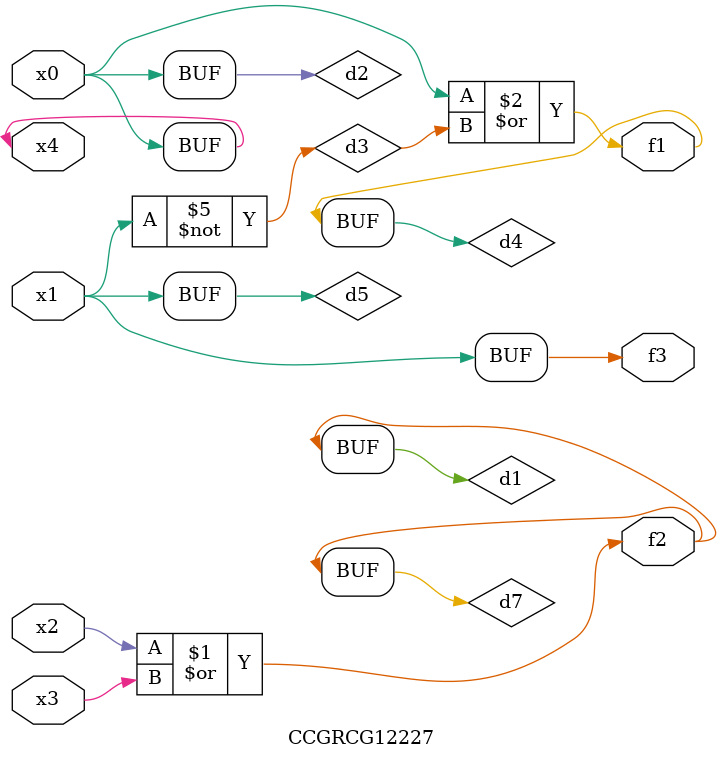
<source format=v>
module CCGRCG12227(
	input x0, x1, x2, x3, x4,
	output f1, f2, f3
);

	wire d1, d2, d3, d4, d5, d6, d7;

	or (d1, x2, x3);
	buf (d2, x0, x4);
	not (d3, x1);
	or (d4, d2, d3);
	not (d5, d3);
	nand (d6, d1, d3);
	or (d7, d1);
	assign f1 = d4;
	assign f2 = d7;
	assign f3 = d5;
endmodule

</source>
